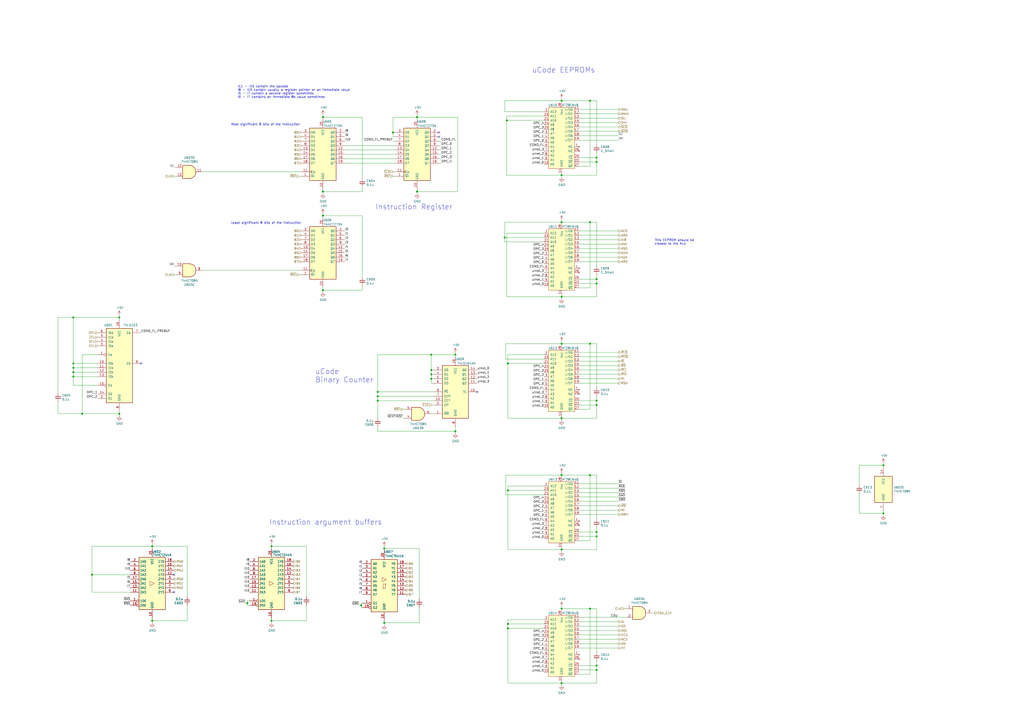
<source format=kicad_sch>
(kicad_sch (version 20211123) (generator eeschema)
  (paper "A2")
  (lib_symbols
    (symbol "74xx:74HCT244"
      (property "Reference" "U" (at -7.62 16.51 0))
      (property "Value" "74HCT244" (at -7.62 -16.51 0))
      (symbol "74HCT244_1_0"
        (pin input inverted (at -12.7 -10.16 0) (length 5.08) (name "1OE") (number "1"))
        (pin power_in line (at 0 -20.32 90) (length 5.08) (name "GND") (number "10"))
        (pin input line (at -12.7 -5.08 0) (length 5.08) (name "2A3") (number "11"))
        (pin tri_state line (at 12.7 5.08 180) (length 5.08) (name "1Y3") (number "12"))
        (pin input line (at -12.7 -2.54 0) (length 5.08) (name "2A2") (number "13"))
        (pin tri_state line (at 12.7 7.62 180) (length 5.08) (name "1Y2") (number "14"))
        (pin input line (at -12.7 0 0) (length 5.08) (name "2A1") (number "15"))
        (pin tri_state line (at 12.7 10.16 180) (length 5.08) (name "1Y1") (number "16"))
        (pin input line (at -12.7 2.54 0) (length 5.08) (name "2A0") (number "17"))
        (pin tri_state line (at 12.7 12.7 180) (length 5.08) (name "1Y0") (number "18"))
        (pin input inverted (at -12.7 -12.7 0) (length 5.08) (name "2OE") (number "19"))
        (pin input line (at -12.7 12.7 0) (length 5.08) (name "1A0") (number "2"))
        (pin power_in line (at 0 20.32 270) (length 5.08) (name "VCC") (number "20"))
        (pin tri_state line (at 12.7 2.54 180) (length 5.08) (name "2Y0") (number "3"))
        (pin input line (at -12.7 10.16 0) (length 5.08) (name "1A1") (number "4"))
        (pin tri_state line (at 12.7 0 180) (length 5.08) (name "2Y1") (number "5"))
        (pin input line (at -12.7 7.62 0) (length 5.08) (name "1A2") (number "6"))
        (pin tri_state line (at 12.7 -2.54 180) (length 5.08) (name "2Y2") (number "7"))
        (pin input line (at -12.7 5.08 0) (length 5.08) (name "1A3") (number "8"))
        (pin tri_state line (at 12.7 -5.08 180) (length 5.08) (name "2Y3") (number "9"))
      )
    )
    (symbol "74xx:74HCT541" (pin_names (offset 1.016))
      (property "Reference" "U" (at -7.62 16.51 0))
      (property "Value" "74HCT541" (at -7.62 -16.51 0))
      (symbol "74HCT541_1_0"
        (pin input inverted (at -12.7 -10.16 0) (length 5.08) (name "G1") (number "1"))
        (pin power_in line (at 0 -20.32 90) (length 5.08) (name "GND") (number "10"))
        (pin tri_state line (at 12.7 -5.08 180) (length 5.08) (name "Y7") (number "11"))
        (pin tri_state line (at 12.7 -2.54 180) (length 5.08) (name "Y6") (number "12"))
        (pin tri_state line (at 12.7 0 180) (length 5.08) (name "Y5") (number "13"))
        (pin tri_state line (at 12.7 2.54 180) (length 5.08) (name "Y4") (number "14"))
        (pin tri_state line (at 12.7 5.08 180) (length 5.08) (name "Y3") (number "15"))
        (pin tri_state line (at 12.7 7.62 180) (length 5.08) (name "Y2") (number "16"))
        (pin tri_state line (at 12.7 10.16 180) (length 5.08) (name "Y1") (number "17"))
        (pin tri_state line (at 12.7 12.7 180) (length 5.08) (name "Y0") (number "18"))
        (pin input inverted (at -12.7 -12.7 0) (length 5.08) (name "G2") (number "19"))
        (pin input line (at -12.7 12.7 0) (length 5.08) (name "A0") (number "2"))
        (pin power_in line (at 0 20.32 270) (length 5.08) (name "VCC") (number "20"))
        (pin input line (at -12.7 10.16 0) (length 5.08) (name "A1") (number "3"))
        (pin input line (at -12.7 7.62 0) (length 5.08) (name "A2") (number "4"))
        (pin input line (at -12.7 5.08 0) (length 5.08) (name "A3") (number "5"))
        (pin input line (at -12.7 2.54 0) (length 5.08) (name "A4") (number "6"))
        (pin input line (at -12.7 0 0) (length 5.08) (name "A5") (number "7"))
        (pin input line (at -12.7 -2.54 0) (length 5.08) (name "A6") (number "8"))
        (pin input line (at -12.7 -5.08 0) (length 5.08) (name "A7") (number "9"))
      )
    )
    (symbol "74xx:74LS153" (pin_names (offset 1.016))
      (property "Reference" "U" (at -7.62 21.59 0))
      (property "Value" "74LS153" (at -7.62 -24.13 0))
      (symbol "74LS153_1_0"
        (pin input inverted (at -12.7 5.08 0) (length 5.08) (name "Ea") (number "1"))
        (pin input line (at -12.7 0 0) (length 5.08) (name "I0b") (number "10"))
        (pin input line (at -12.7 -2.54 0) (length 5.08) (name "I1b") (number "11"))
        (pin input line (at -12.7 -5.08 0) (length 5.08) (name "I2b") (number "12"))
        (pin input line (at -12.7 -7.62 0) (length 5.08) (name "I3b") (number "13"))
        (pin input line (at -12.7 -17.78 0) (length 5.08) (name "S0") (number "14"))
        (pin input inverted (at -12.7 -12.7 0) (length 5.08) (name "Eb") (number "15"))
        (pin power_in line (at 0 25.4 270) (length 5.08) (name "VCC") (number "16"))
        (pin input line (at -12.7 -20.32 0) (length 5.08) (name "S1") (number "2"))
        (pin input line (at -12.7 10.16 0) (length 5.08) (name "I3a") (number "3"))
        (pin input line (at -12.7 12.7 0) (length 5.08) (name "I2a") (number "4"))
        (pin input line (at -12.7 15.24 0) (length 5.08) (name "I1a") (number "5"))
        (pin input line (at -12.7 17.78 0) (length 5.08) (name "I0a") (number "6"))
        (pin output line (at 12.7 17.78 180) (length 5.08) (name "Za") (number "7"))
        (pin power_in line (at 0 -27.94 90) (length 5.08) (name "GND") (number "8"))
        (pin output line (at 12.7 0 180) (length 5.08) (name "Zb") (number "9"))
      )
    )
    (symbol "Breadboard_CPU-rescue:74AHCT273-74xx"
      (property "Reference" "U" (at -7.62 16.51 0))
      (property "Value" "74AHCT273-74xx" (at -7.62 -16.51 0))
      (symbol "74AHCT273-74xx_1_0"
        (pin input line (at -12.7 -12.7 0) (length 5.08) (name "~{Mr}") (number "1"))
        (pin power_in line (at 0 -20.32 90) (length 5.08) (name "GND") (number "10"))
        (pin input clock (at -12.7 -10.16 0) (length 5.08) (name "Cp") (number "11"))
        (pin output line (at 12.7 2.54 180) (length 5.08) (name "Q4") (number "12"))
        (pin input line (at -12.7 2.54 0) (length 5.08) (name "D4") (number "13"))
        (pin input line (at -12.7 0 0) (length 5.08) (name "D5") (number "14"))
        (pin output line (at 12.7 0 180) (length 5.08) (name "Q5") (number "15"))
        (pin output line (at 12.7 -2.54 180) (length 5.08) (name "Q6") (number "16"))
        (pin input line (at -12.7 -2.54 0) (length 5.08) (name "D6") (number "17"))
        (pin input line (at -12.7 -5.08 0) (length 5.08) (name "D7") (number "18"))
        (pin output line (at 12.7 -5.08 180) (length 5.08) (name "Q7") (number "19"))
        (pin output line (at 12.7 12.7 180) (length 5.08) (name "Q0") (number "2"))
        (pin power_in line (at 0 20.32 270) (length 5.08) (name "VCC") (number "20"))
        (pin input line (at -12.7 12.7 0) (length 5.08) (name "D0") (number "3"))
        (pin input line (at -12.7 10.16 0) (length 5.08) (name "D1") (number "4"))
        (pin output line (at 12.7 10.16 180) (length 5.08) (name "Q1") (number "5"))
        (pin output line (at 12.7 7.62 180) (length 5.08) (name "Q2") (number "6"))
        (pin input line (at -12.7 7.62 0) (length 5.08) (name "D2") (number "7"))
        (pin input line (at -12.7 5.08 0) (length 5.08) (name "D3") (number "8"))
        (pin output line (at 12.7 5.08 180) (length 5.08) (name "Q3") (number "9"))
      )
    )
    (symbol "Breadboard_CPU-rescue:74LS08-74xx" (pin_names (offset 1.016))
      (property "Reference" "U" (at 0 1.27 0))
      (property "Value" "74LS08-74xx" (at 0 -1.27 0))
      (symbol "74LS08-74xx_1_1"
        (pin input line (at -7.62 2.54 0) (length 3.81) (name "~") (number "1"))
        (pin input line (at -7.62 -2.54 0) (length 3.81) (name "~") (number "2"))
        (pin output line (at 7.62 0 180) (length 3.81) (name "~") (number "3"))
      )
      (symbol "74LS08-74xx_1_2"
        (pin input inverted (at -7.62 2.54 0) (length 4.318) (name "~") (number "1"))
        (pin input inverted (at -7.62 -2.54 0) (length 4.318) (name "~") (number "2"))
        (pin output inverted (at 7.62 0 180) (length 3.81) (name "~") (number "3"))
      )
      (symbol "74LS08-74xx_2_1"
        (pin input line (at -7.62 2.54 0) (length 3.81) (name "~") (number "4"))
        (pin input line (at -7.62 -2.54 0) (length 3.81) (name "~") (number "5"))
        (pin output line (at 7.62 0 180) (length 3.81) (name "~") (number "6"))
      )
      (symbol "74LS08-74xx_2_2"
        (pin input inverted (at -7.62 2.54 0) (length 4.318) (name "~") (number "4"))
        (pin input inverted (at -7.62 -2.54 0) (length 4.318) (name "~") (number "5"))
        (pin output inverted (at 7.62 0 180) (length 3.81) (name "~") (number "6"))
      )
      (symbol "74LS08-74xx_3_1"
        (pin input line (at -7.62 -2.54 0) (length 3.81) (name "~") (number "10"))
        (pin output line (at 7.62 0 180) (length 3.81) (name "~") (number "8"))
        (pin input line (at -7.62 2.54 0) (length 3.81) (name "~") (number "9"))
      )
      (symbol "74LS08-74xx_3_2"
        (pin input inverted (at -7.62 -2.54 0) (length 4.318) (name "~") (number "10"))
        (pin output inverted (at 7.62 0 180) (length 3.81) (name "~") (number "8"))
        (pin input inverted (at -7.62 2.54 0) (length 4.318) (name "~") (number "9"))
      )
      (symbol "74LS08-74xx_4_1"
        (pin output line (at 7.62 0 180) (length 3.81) (name "~") (number "11"))
        (pin input line (at -7.62 2.54 0) (length 3.81) (name "~") (number "12"))
        (pin input line (at -7.62 -2.54 0) (length 3.81) (name "~") (number "13"))
      )
      (symbol "74LS08-74xx_4_2"
        (pin output inverted (at 7.62 0 180) (length 3.81) (name "~") (number "11"))
        (pin input inverted (at -7.62 2.54 0) (length 4.318) (name "~") (number "12"))
        (pin input inverted (at -7.62 -2.54 0) (length 4.318) (name "~") (number "13"))
      )
      (symbol "74LS08-74xx_5_0"
        (pin power_in line (at 0 12.7 270) (length 5.08) (name "VCC") (number "14"))
        (pin power_in line (at 0 -12.7 90) (length 5.08) (name "GND") (number "7"))
      )
    )
    (symbol "Breadboard_CPU-rescue:74LS163-74xx" (pin_names (offset 1.016))
      (property "Reference" "U" (at -7.62 16.51 0))
      (property "Value" "74LS163-74xx" (at -7.62 -16.51 0))
      (symbol "74LS163-74xx_1_0"
        (pin input line (at -12.7 -12.7 0) (length 5.08) (name "~{MR}") (number "1"))
        (pin input line (at -12.7 -5.08 0) (length 5.08) (name "CET") (number "10"))
        (pin output line (at 12.7 5.08 180) (length 5.08) (name "Q3") (number "11"))
        (pin output line (at 12.7 7.62 180) (length 5.08) (name "Q2") (number "12"))
        (pin output line (at 12.7 10.16 180) (length 5.08) (name "Q1") (number "13"))
        (pin output line (at 12.7 12.7 180) (length 5.08) (name "Q0") (number "14"))
        (pin output line (at 12.7 0 180) (length 5.08) (name "TC") (number "15"))
        (pin power_in line (at 0 20.32 270) (length 5.08) (name "VCC") (number "16"))
        (pin input line (at -12.7 -7.62 0) (length 5.08) (name "CP") (number "2"))
        (pin input line (at -12.7 12.7 0) (length 5.08) (name "D0") (number "3"))
        (pin input line (at -12.7 10.16 0) (length 5.08) (name "D1") (number "4"))
        (pin input line (at -12.7 7.62 0) (length 5.08) (name "D2") (number "5"))
        (pin input line (at -12.7 5.08 0) (length 5.08) (name "D3") (number "6"))
        (pin input line (at -12.7 -2.54 0) (length 5.08) (name "CEP") (number "7"))
        (pin power_in line (at 0 -20.32 90) (length 5.08) (name "GND") (number "8"))
        (pin input line (at -12.7 0 0) (length 5.08) (name "~{PE}") (number "9"))
      )
    )
    (symbol "Breadboard_CPU-rescue:C_Small-Device" (pin_numbers hide) (pin_names (offset 0.254) hide)
      (property "Reference" "C" (at 0.254 1.778 0))
      (property "Value" "C_Small-Device" (at 0.254 -2.032 0))
      (symbol "C_Small-Device_1_1"
        (pin passive line (at 0 2.54 270) (length 2.032) (name "~") (number "1"))
        (pin passive line (at 0 -2.54 90) (length 2.032) (name "~") (number "2"))
      )
    )
    (symbol "Breadboard_CPU-rescue:GND-power" (power) (pin_names (offset 0))
      (property "Value" "GND-power" (at 0 -3.81 0))
      (symbol "GND-power_1_1"
        (pin power_in line (at 0 0 270) (length 0) hide (name "GND") (number "1"))
      )
    )
    (symbol "Memory:AT28C64B" (pin_names (offset 1.016))
      (property "Reference" "U" (at 7.62 17.78 0))
      (property "Value" "AT28C64B" (at 0 17.78 0))
      (symbol "AT28C64B_1_1"
        (pin no_connect line (at 10.16 -12.7 180) (length 2.54) (name "NC") (number "1"))
        (pin input line (at -10.16 -22.86 0) (length 2.54) (name "A0") (number "10"))
        (pin bidirectional line (at 10.16 8.89 180) (length 2.54) (name "I/O0") (number "11"))
        (pin bidirectional line (at 10.16 6.35 180) (length 2.54) (name "I/O1") (number "12"))
        (pin bidirectional line (at 10.16 3.81 180) (length 2.54) (name "I/O2") (number "13"))
        (pin input line (at 0 -27.94 90) (length 2.54) (name "GND") (number "14"))
        (pin bidirectional line (at 10.16 1.27 180) (length 2.54) (name "I/O3") (number "15"))
        (pin bidirectional line (at 10.16 -1.27 180) (length 2.54) (name "I/O4") (number "16"))
        (pin bidirectional line (at 10.16 -3.81 180) (length 2.54) (name "I/O5") (number "17"))
        (pin bidirectional line (at 10.16 -6.35 180) (length 2.54) (name "I/O6") (number "18"))
        (pin bidirectional line (at 10.16 -8.89 180) (length 2.54) (name "I/O7") (number "19"))
        (pin input line (at -10.16 7.62 0) (length 2.54) (name "A12") (number "2"))
        (pin input line (at 10.16 -19.05 180) (length 2.54) (name "~{CE}") (number "20"))
        (pin input line (at -10.16 2.54 0) (length 2.54) (name "A10") (number "21"))
        (pin input line (at 10.16 -21.59 180) (length 2.54) (name "~{OE}") (number "22"))
        (pin input line (at -10.16 5.08 0) (length 2.54) (name "A11") (number "23"))
        (pin input line (at -10.16 0 0) (length 2.54) (name "A9") (number "24"))
        (pin input line (at -10.16 -2.54 0) (length 2.54) (name "A8") (number "25"))
        (pin no_connect line (at 10.16 -15.24 180) (length 2.54) (name "NC") (number "26"))
        (pin input line (at 10.16 -24.13 180) (length 2.54) (name "~{WE}") (number "27"))
        (pin input line (at 0 12.7 270) (length 2.54) (name "Vcc") (number "28"))
        (pin input line (at -10.16 -5.08 0) (length 2.54) (name "A7") (number "3"))
        (pin input line (at -10.16 -7.62 0) (length 2.54) (name "A6") (number "4"))
        (pin input line (at -10.16 -10.16 0) (length 2.54) (name "A5") (number "5"))
        (pin input line (at -10.16 -12.7 0) (length 2.54) (name "A4") (number "6"))
        (pin input line (at -10.16 -15.24 0) (length 2.54) (name "A3") (number "7"))
        (pin input line (at -10.16 -17.78 0) (length 2.54) (name "A2") (number "8"))
        (pin input line (at -10.16 -20.32 0) (length 2.54) (name "A1") (number "9"))
      )
    )
    (symbol "power:+5V" (power) (pin_names (offset 0))
      (property "Value" "+5V" (at 0 3.556 0))
      (symbol "+5V_1_1"
        (pin power_in line (at 0 0 90) (length 0) hide (name "+5V") (number "1"))
      )
    )
  )
  (junction (at 346.075 388.62))
  (junction (at 219.075 232.41))
  (junction (at 325.755 275.59))
  (junction (at 346.075 311.15))
  (junction (at 264.16 250.19))
  (junction (at 42.545 210.82))
  (junction (at 250.19 219.71))
  (junction (at 325.755 199.39))
  (junction (at 219.075 227.33))
  (junction (at 346.075 386.08))
  (junction (at 222.885 318.135))
  (junction (at 342.265 128.905))
  (junction (at 512.445 297.815))
  (junction (at 342.265 58.42))
  (junction (at 294.64 364.49))
  (junction (at 69.215 184.15))
  (junction (at 250.19 205.74))
  (junction (at 346.075 232.41))
  (junction (at 88.265 360.045))
  (junction (at 342.265 199.39))
  (junction (at 325.755 172.085))
  (junction (at 294.64 210.82))
  (junction (at 325.755 101.6))
  (junction (at 325.755 128.905))
  (junction (at 512.445 269.875))
  (junction (at 157.48 316.865))
  (junction (at 42.545 184.15))
  (junction (at 294.64 284.48))
  (junction (at 342.265 353.06))
  (junction (at 69.215 240.03))
  (junction (at 325.755 242.57))
  (junction (at 346.075 91.44))
  (junction (at 53.34 333.375))
  (junction (at 219.075 229.87))
  (junction (at 292.735 137.795))
  (junction (at 227.965 76.835))
  (junction (at 342.265 275.59))
  (junction (at 325.755 58.42))
  (junction (at 325.755 396.24))
  (junction (at 187.325 67.945))
  (junction (at 294.005 69.85))
  (junction (at 42.545 213.36))
  (junction (at 250.19 214.63))
  (junction (at 241.935 111.125))
  (junction (at 187.325 125.095))
  (junction (at 157.48 360.045))
  (junction (at 241.935 67.945))
  (junction (at 325.755 318.77))
  (junction (at 346.075 93.98))
  (junction (at 47.625 240.03))
  (junction (at 42.545 215.9))
  (junction (at 346.075 308.61))
  (junction (at 250.19 217.17))
  (junction (at 294.64 361.95))
  (junction (at 143.51 349.885))
  (junction (at 346.075 234.95))
  (junction (at 222.885 361.315))
  (junction (at 42.545 218.44))
  (junction (at 346.075 161.925))
  (junction (at 346.075 164.465))
  (junction (at 187.325 111.125))
  (junction (at 88.265 316.865))
  (junction (at 187.325 168.275))
  (junction (at 209.55 351.155))
  (junction (at 264.16 205.74))
  (junction (at 325.755 353.06))
  (no_connect (at 100.965 343.535))
  (no_connect (at 81.915 210.82))
  (no_connect (at 276.86 227.33))
  (no_connect (at 254.635 76.835))
  (no_connect (at 100.965 333.375))
  (no_connect (at 254.635 79.375))
  (wire (pts (xy 358.775 363.22) (xy 335.915 363.22)))
  (wire (pts (xy 254.635 84.455) (xy 255.905 84.455)))
  (wire (pts (xy 335.915 91.44) (xy 346.075 91.44)))
  (wire (pts (xy 293.37 199.39) (xy 325.755 199.39)))
  (wire (pts (xy 219.075 242.57) (xy 219.075 232.41)))
  (wire (pts (xy 325.755 274.32) (xy 325.755 275.59)))
  (wire (pts (xy 187.325 67.945) (xy 210.185 67.945)))
  (wire (pts (xy 243.205 318.135) (xy 243.205 347.345)))
  (wire (pts (xy 117.475 99.695) (xy 174.625 99.695)))
  (wire (pts (xy 335.915 388.62) (xy 346.075 388.62)))
  (wire (pts (xy 358.775 204.47) (xy 335.915 204.47)))
  (wire (pts (xy 358.775 295.91) (xy 335.915 295.91)))
  (wire (pts (xy 358.775 209.55) (xy 335.915 209.55)))
  (wire (pts (xy 346.075 275.59) (xy 346.075 300.99)))
  (wire (pts (xy 361.95 353.06) (xy 363.22 353.06)))
  (wire (pts (xy 358.775 151.765) (xy 335.915 151.765)))
  (wire (pts (xy 187.325 125.095) (xy 187.325 126.365)))
  (wire (pts (xy 358.775 207.01) (xy 335.915 207.01)))
  (wire (pts (xy 233.68 242.57) (xy 234.95 242.57)))
  (wire (pts (xy 325.755 396.24) (xy 325.755 397.51)))
  (wire (pts (xy 227.965 102.235) (xy 229.235 102.235)))
  (wire (pts (xy 254.635 92.075) (xy 255.905 92.075)))
  (wire (pts (xy 293.37 275.59) (xy 293.37 287.02)))
  (wire (pts (xy 292.735 140.335) (xy 315.595 140.335)))
  (wire (pts (xy 325.755 101.6) (xy 346.075 101.6)))
  (wire (pts (xy 342.265 237.49) (xy 342.265 199.39)))
  (wire (pts (xy 358.775 66.04) (xy 335.915 66.04)))
  (wire (pts (xy 294.64 359.41) (xy 294.64 361.95)))
  (wire (pts (xy 315.595 67.31) (xy 294.005 67.31)))
  (wire (pts (xy 227.965 76.835) (xy 229.235 76.835)))
  (wire (pts (xy 254.635 89.535) (xy 255.905 89.535)))
  (wire (pts (xy 358.775 212.09) (xy 335.915 212.09)))
  (wire (pts (xy 250.19 217.17) (xy 250.19 214.63)))
  (wire (pts (xy 335.915 386.08) (xy 346.075 386.08)))
  (wire (pts (xy 210.185 111.125) (xy 210.185 108.585)))
  (wire (pts (xy 325.755 198.12) (xy 325.755 199.39)))
  (wire (pts (xy 315.595 364.49) (xy 294.64 364.49)))
  (wire (pts (xy 264.16 204.47) (xy 264.16 205.74)))
  (wire (pts (xy 227.965 79.375) (xy 227.965 76.835)))
  (wire (pts (xy 294.64 364.49) (xy 294.64 396.24)))
  (wire (pts (xy 346.075 128.905) (xy 346.075 154.305)))
  (wire (pts (xy 294.64 318.77) (xy 325.755 318.77)))
  (wire (pts (xy 219.075 205.74) (xy 219.075 227.33)))
  (wire (pts (xy 157.48 358.775) (xy 157.48 360.045)))
  (wire (pts (xy 498.475 269.875) (xy 498.475 281.305)))
  (wire (pts (xy 358.775 214.63) (xy 335.915 214.63)))
  (wire (pts (xy 243.205 352.425) (xy 243.205 361.315)))
  (wire (pts (xy 200.025 94.615) (xy 229.235 94.615)))
  (wire (pts (xy 342.265 353.06) (xy 346.075 353.06)))
  (wire (pts (xy 293.37 199.39) (xy 293.37 208.28)))
  (wire (pts (xy 88.265 316.865) (xy 108.585 316.865)))
  (wire (pts (xy 342.265 58.42) (xy 346.075 58.42)))
  (wire (pts (xy 200.025 92.075) (xy 229.235 92.075)))
  (wire (pts (xy 358.775 133.985) (xy 335.915 133.985)))
  (wire (pts (xy 346.075 58.42) (xy 346.075 83.82)))
  (wire (pts (xy 325.755 242.57) (xy 325.755 243.84)))
  (wire (pts (xy 108.585 351.155) (xy 108.585 360.045)))
  (wire (pts (xy 250.19 240.03) (xy 251.46 240.03)))
  (wire (pts (xy 358.775 368.3) (xy 335.915 368.3)))
  (wire (pts (xy 325.755 127.635) (xy 325.755 128.905)))
  (wire (pts (xy 177.8 351.155) (xy 177.8 360.045)))
  (wire (pts (xy 325.755 353.06) (xy 325.755 354.33)))
  (wire (pts (xy 512.445 299.085) (xy 512.445 297.815)))
  (wire (pts (xy 358.775 370.84) (xy 335.915 370.84)))
  (wire (pts (xy 56.515 215.9) (xy 42.545 215.9)))
  (wire (pts (xy 358.775 283.21) (xy 335.915 283.21)))
  (wire (pts (xy 292.735 128.905) (xy 292.735 137.795)))
  (wire (pts (xy 512.445 269.875) (xy 512.445 271.145)))
  (wire (pts (xy 292.735 140.335) (xy 292.735 137.795)))
  (wire (pts (xy 53.34 316.865) (xy 53.34 333.375)))
  (wire (pts (xy 358.775 73.66) (xy 335.915 73.66)))
  (wire (pts (xy 250.19 217.17) (xy 251.46 217.17)))
  (wire (pts (xy 219.075 227.33) (xy 251.46 227.33)))
  (wire (pts (xy 100.965 159.385) (xy 102.235 159.385)))
  (wire (pts (xy 358.775 219.71) (xy 335.915 219.71)))
  (wire (pts (xy 325.755 101.6) (xy 325.755 102.87)))
  (wire (pts (xy 378.46 355.6) (xy 379.73 355.6)))
  (wire (pts (xy 346.075 242.57) (xy 346.075 234.95)))
  (wire (pts (xy 325.755 128.905) (xy 325.755 130.175)))
  (wire (pts (xy 173.355 102.235) (xy 174.625 102.235)))
  (wire (pts (xy 264.16 205.74) (xy 250.19 205.74)))
  (wire (pts (xy 241.935 66.675) (xy 241.935 67.945)))
  (wire (pts (xy 42.545 184.15) (xy 42.545 210.82)))
  (wire (pts (xy 335.915 313.69) (xy 342.265 313.69)))
  (wire (pts (xy 292.735 58.42) (xy 325.755 58.42)))
  (wire (pts (xy 187.325 66.675) (xy 187.325 67.945)))
  (wire (pts (xy 227.965 81.915) (xy 229.235 81.915)))
  (wire (pts (xy 157.48 316.865) (xy 177.8 316.865)))
  (wire (pts (xy 265.43 67.945) (xy 265.43 111.125)))
  (wire (pts (xy 142.24 349.885) (xy 143.51 349.885)))
  (wire (pts (xy 346.075 172.085) (xy 346.075 164.465)))
  (wire (pts (xy 294.005 67.31) (xy 294.005 69.85)))
  (wire (pts (xy 209.55 351.155) (xy 209.55 352.425)))
  (wire (pts (xy 358.775 360.68) (xy 335.915 360.68)))
  (wire (pts (xy 293.37 287.02) (xy 315.595 287.02)))
  (wire (pts (xy 250.19 205.74) (xy 219.075 205.74)))
  (wire (pts (xy 233.68 237.49) (xy 234.95 237.49)))
  (wire (pts (xy 358.775 222.25) (xy 335.915 222.25)))
  (wire (pts (xy 222.885 316.865) (xy 222.885 318.135)))
  (wire (pts (xy 294.64 284.48) (xy 294.64 318.77)))
  (wire (pts (xy 250.19 222.25) (xy 250.19 219.71)))
  (wire (pts (xy 75.565 343.535) (xy 53.34 343.535)))
  (wire (pts (xy 346.075 311.15) (xy 346.075 308.61)))
  (wire (pts (xy 358.775 288.29) (xy 335.915 288.29)))
  (wire (pts (xy 294.64 281.94) (xy 294.64 284.48)))
  (wire (pts (xy 241.935 67.945) (xy 265.43 67.945)))
  (wire (pts (xy 157.48 360.045) (xy 157.48 361.315)))
  (wire (pts (xy 335.915 167.005) (xy 342.265 167.005)))
  (wire (pts (xy 88.265 360.045) (xy 108.585 360.045)))
  (wire (pts (xy 294.005 172.085) (xy 325.755 172.085)))
  (wire (pts (xy 335.915 232.41) (xy 346.075 232.41)))
  (wire (pts (xy 157.48 316.865) (xy 157.48 318.135)))
  (wire (pts (xy 210.185 160.655) (xy 210.185 125.095)))
  (wire (pts (xy 42.545 210.82) (xy 42.545 213.36)))
  (wire (pts (xy 294.64 242.57) (xy 325.755 242.57)))
  (wire (pts (xy 187.325 111.125) (xy 210.185 111.125)))
  (wire (pts (xy 292.735 58.42) (xy 292.735 64.77)))
  (wire (pts (xy 42.545 218.44) (xy 42.545 223.52)))
  (wire (pts (xy 210.185 103.505) (xy 210.185 67.945)))
  (wire (pts (xy 346.075 388.62) (xy 346.075 386.08)))
  (wire (pts (xy 250.19 234.95) (xy 251.46 234.95)))
  (wire (pts (xy 33.655 240.03) (xy 47.625 240.03)))
  (wire (pts (xy 325.755 317.5) (xy 325.755 318.77)))
  (wire (pts (xy 108.585 316.865) (xy 108.585 346.075)))
  (wire (pts (xy 264.16 250.19) (xy 219.075 250.19)))
  (wire (pts (xy 325.755 58.42) (xy 342.265 58.42)))
  (wire (pts (xy 325.755 128.905) (xy 342.265 128.905)))
  (wire (pts (xy 292.735 128.905) (xy 325.755 128.905)))
  (wire (pts (xy 325.755 241.3) (xy 325.755 242.57)))
  (wire (pts (xy 335.915 164.465) (xy 346.075 164.465)))
  (wire (pts (xy 358.775 149.225) (xy 335.915 149.225)))
  (wire (pts (xy 358.775 71.12) (xy 335.915 71.12)))
  (wire (pts (xy 294.005 101.6) (xy 325.755 101.6)))
  (wire (pts (xy 143.51 349.885) (xy 143.51 351.155)))
  (wire (pts (xy 342.265 199.39) (xy 346.075 199.39)))
  (wire (pts (xy 294.64 205.74) (xy 294.64 210.82)))
  (wire (pts (xy 53.34 343.535) (xy 53.34 333.375)))
  (wire (pts (xy 325.755 100.33) (xy 325.755 101.6)))
  (wire (pts (xy 335.915 93.98) (xy 346.075 93.98)))
  (wire (pts (xy 325.755 57.15) (xy 325.755 58.42)))
  (wire (pts (xy 200.025 89.535) (xy 229.235 89.535)))
  (wire (pts (xy 100.965 102.235) (xy 102.235 102.235)))
  (wire (pts (xy 325.755 172.085) (xy 325.755 173.355)))
  (wire (pts (xy 358.775 63.5) (xy 335.915 63.5)))
  (wire (pts (xy 143.51 348.615) (xy 144.78 348.615)))
  (wire (pts (xy 264.16 250.19) (xy 264.16 251.46)))
  (wire (pts (xy 342.265 167.005) (xy 342.265 128.905)))
  (wire (pts (xy 42.545 184.15) (xy 33.655 184.15)))
  (wire (pts (xy 498.475 286.385) (xy 498.475 297.815)))
  (wire (pts (xy 325.755 199.39) (xy 325.755 200.66)))
  (wire (pts (xy 251.46 214.63) (xy 250.19 214.63)))
  (wire (pts (xy 143.51 351.155) (xy 144.78 351.155)))
  (wire (pts (xy 346.075 101.6) (xy 346.075 93.98)))
  (wire (pts (xy 88.265 360.045) (xy 88.265 358.775)))
  (wire (pts (xy 241.935 67.945) (xy 227.965 67.945)))
  (wire (pts (xy 315.595 361.95) (xy 294.64 361.95)))
  (wire (pts (xy 325.755 396.24) (xy 346.075 396.24)))
  (wire (pts (xy 335.915 308.61) (xy 346.075 308.61)))
  (wire (pts (xy 325.755 242.57) (xy 346.075 242.57)))
  (wire (pts (xy 88.265 316.865) (xy 88.265 318.135)))
  (wire (pts (xy 358.775 373.38) (xy 335.915 373.38)))
  (wire (pts (xy 227.965 99.695) (xy 229.235 99.695)))
  (wire (pts (xy 222.885 318.135) (xy 243.205 318.135)))
  (wire (pts (xy 69.215 184.15) (xy 42.545 184.15)))
  (wire (pts (xy 219.075 227.33) (xy 219.075 229.87)))
  (wire (pts (xy 358.775 139.065) (xy 335.915 139.065)))
  (wire (pts (xy 325.755 318.77) (xy 325.755 320.04)))
  (wire (pts (xy 200.025 86.995) (xy 229.235 86.995)))
  (wire (pts (xy 157.48 315.595) (xy 157.48 316.865)))
  (wire (pts (xy 210.185 168.275) (xy 210.185 165.735)))
  (wire (pts (xy 315.595 284.48) (xy 294.64 284.48)))
  (wire (pts (xy 346.075 232.41) (xy 346.075 229.87)))
  (wire (pts (xy 346.075 93.98) (xy 346.075 91.44)))
  (wire (pts (xy 222.885 362.585) (xy 222.885 361.315)))
  (wire (pts (xy 173.355 159.385) (xy 174.625 159.385)))
  (wire (pts (xy 241.935 112.395) (xy 241.935 111.125)))
  (wire (pts (xy 222.885 361.315) (xy 243.205 361.315)))
  (wire (pts (xy 335.915 161.925) (xy 346.075 161.925)))
  (wire (pts (xy 342.265 96.52) (xy 342.265 58.42)))
  (wire (pts (xy 342.265 275.59) (xy 346.075 275.59)))
  (wire (pts (xy 358.775 293.37) (xy 335.915 293.37)))
  (wire (pts (xy 315.595 137.795) (xy 292.735 137.795)))
  (wire (pts (xy 157.48 360.045) (xy 177.8 360.045)))
  (wire (pts (xy 222.885 361.315) (xy 222.885 360.045)))
  (wire (pts (xy 335.915 234.95) (xy 346.075 234.95)))
  (wire (pts (xy 342.265 313.69) (xy 342.265 275.59)))
  (wire (pts (xy 251.46 219.71) (xy 250.19 219.71)))
  (wire (pts (xy 346.075 161.925) (xy 346.075 159.385)))
  (wire (pts (xy 342.265 128.905) (xy 346.075 128.905)))
  (wire (pts (xy 358.775 217.17) (xy 335.915 217.17)))
  (wire (pts (xy 294.005 69.85) (xy 294.005 101.6)))
  (wire (pts (xy 335.915 96.52) (xy 342.265 96.52)))
  (wire (pts (xy 346.075 308.61) (xy 346.075 306.07)))
  (wire (pts (xy 100.965 97.155) (xy 102.235 97.155)))
  (wire (pts (xy 33.655 184.15) (xy 33.655 227.965)))
  (wire (pts (xy 315.595 64.77) (xy 292.735 64.77)))
  (wire (pts (xy 335.915 237.49) (xy 342.265 237.49)))
  (wire (pts (xy 69.215 182.88) (xy 69.215 184.15)))
  (wire (pts (xy 187.325 168.275) (xy 210.185 168.275)))
  (wire (pts (xy 325.755 199.39) (xy 342.265 199.39)))
  (wire (pts (xy 69.215 184.15) (xy 69.215 185.42)))
  (wire (pts (xy 56.515 213.36) (xy 42.545 213.36)))
  (wire (pts (xy 325.755 275.59) (xy 342.265 275.59)))
  (wire (pts (xy 498.475 297.815) (xy 512.445 297.815)))
  (wire (pts (xy 358.775 78.74) (xy 335.915 78.74)))
  (wire (pts (xy 88.265 315.595) (xy 88.265 316.865)))
  (wire (pts (xy 512.445 268.605) (xy 512.445 269.875)))
  (wire (pts (xy 358.775 68.58) (xy 335.915 68.58)))
  (wire (pts (xy 325.755 58.42) (xy 325.755 59.69)))
  (wire (pts (xy 56.515 218.44) (xy 42.545 218.44)))
  (wire (pts (xy 187.325 111.125) (xy 187.325 109.855)))
  (wire (pts (xy 315.595 69.85) (xy 294.005 69.85)))
  (wire (pts (xy 254.635 94.615) (xy 255.905 94.615)))
  (wire (pts (xy 187.325 112.395) (xy 187.325 111.125)))
  (wire (pts (xy 219.075 232.41) (xy 251.46 232.41)))
  (wire (pts (xy 346.075 234.95) (xy 346.075 232.41)))
  (wire (pts (xy 265.43 111.125) (xy 241.935 111.125)))
  (wire (pts (xy 250.19 214.63) (xy 250.19 205.74)))
  (wire (pts (xy 358.775 76.2) (xy 335.915 76.2)))
  (wire (pts (xy 325.755 170.815) (xy 325.755 172.085)))
  (wire (pts (xy 56.515 210.82) (xy 42.545 210.82)))
  (wire (pts (xy 358.775 365.76) (xy 335.915 365.76)))
  (wire (pts (xy 177.8 316.865) (xy 177.8 346.075)))
  (wire (pts (xy 264.16 247.65) (xy 264.16 250.19)))
  (wire (pts (xy 346.075 91.44) (xy 346.075 88.9)))
  (wire (pts (xy 294.005 135.255) (xy 315.595 135.255)))
  (wire (pts (xy 222.885 318.135) (xy 222.885 319.405)))
  (wire (pts (xy 512.445 297.815) (xy 512.445 296.545)))
  (wire (pts (xy 294.64 205.74) (xy 315.595 205.74)))
  (wire (pts (xy 358.775 290.83) (xy 335.915 290.83)))
  (wire (pts (xy 325.755 275.59) (xy 325.755 276.86)))
  (wire (pts (xy 47.625 205.74) (xy 47.625 240.03)))
  (wire (pts (xy 241.935 67.945) (xy 241.935 69.215)))
  (wire (pts (xy 53.34 333.375) (xy 75.565 333.375)))
  (wire (pts (xy 187.325 169.545) (xy 187.325 168.275)))
  (wire (pts (xy 358.775 298.45) (xy 335.915 298.45)))
  (wire (pts (xy 346.075 318.77) (xy 346.075 311.15)))
  (wire (pts (xy 358.775 136.525) (xy 335.915 136.525)))
  (wire (pts (xy 42.545 213.36) (xy 42.545 215.9)))
  (wire (pts (xy 210.185 125.095) (xy 187.325 125.095)))
  (wire (pts (xy 512.445 269.875) (xy 498.475 269.875)))
  (wire (pts (xy 346.075 164.465) (xy 346.075 161.925)))
  (wire (pts (xy 325.755 318.77) (xy 346.075 318.77)))
  (wire (pts (xy 315.595 281.94) (xy 294.64 281.94)))
  (wire (pts (xy 209.55 352.425) (xy 210.185 352.425)))
  (wire (pts (xy 358.775 144.145) (xy 335.915 144.145)))
  (wire (pts (xy 241.935 111.125) (xy 241.935 109.855)))
  (wire (pts (xy 254.635 86.995) (xy 255.905 86.995)))
  (wire (pts (xy 187.325 123.825) (xy 187.325 125.095)))
  (wire (pts (xy 209.55 349.885) (xy 210.185 349.885)))
  (wire (pts (xy 227.965 67.945) (xy 227.965 76.835)))
  (wire (pts (xy 315.595 210.82) (xy 294.64 210.82)))
  (wire (pts (xy 264.16 205.74) (xy 264.16 207.01)))
  (wire (pts (xy 358.775 146.685) (xy 335.915 146.685)))
  (wire (pts (xy 187.325 67.945) (xy 187.325 69.215)))
  (wire (pts (xy 346.075 396.24) (xy 346.075 388.62)))
  (wire (pts (xy 294.64 396.24) (xy 325.755 396.24)))
  (wire (pts (xy 293.37 208.28) (xy 315.595 208.28)))
  (wire (pts (xy 69.215 240.03) (xy 69.215 238.76)))
  (wire (pts (xy 294.64 210.82) (xy 294.64 242.57)))
  (wire (pts (xy 346.075 199.39) (xy 346.075 224.79)))
  (wire (pts (xy 294.005 172.085) (xy 294.005 135.255)))
  (wire (pts (xy 33.655 233.045) (xy 33.655 240.03)))
  (wire (pts (xy 346.075 353.06) (xy 346.075 378.46)))
  (wire (pts (xy 325.755 351.79) (xy 325.755 353.06)))
  (wire (pts (xy 346.075 386.08) (xy 346.075 383.54)))
  (wire (pts (xy 358.775 81.28) (xy 335.915 81.28)))
  (wire (pts (xy 100.965 154.305) (xy 102.235 154.305)))
  (wire (pts (xy 294.64 359.41) (xy 315.595 359.41)))
  (wire (pts (xy 208.28 351.155) (xy 209.55 351.155)))
  (wire (pts (xy 42.545 215.9) (xy 42.545 218.44)))
  (wire (pts (xy 56.515 205.74) (xy 47.625 205.74)))
  (wire (pts (xy 187.325 168.275) (xy 187.325 167.005)))
  (wire (pts (xy 325.755 172.085) (xy 346.075 172.085)))
  (wire (pts (xy 251.46 222.25) (xy 250.19 222.25)))
  (wire (pts (xy 209.55 351.155) (xy 209.55 349.885)))
  (wire (pts (xy 117.475 156.845) (xy 174.625 156.845)))
  (wire (pts (xy 219.075 229.87) (xy 219.075 232.41)))
  (wire (pts (xy 250.19 219.71) (xy 250.19 217.17)))
  (wire (pts (xy 358.775 375.92) (xy 335.915 375.92)))
  (wire (pts (xy 358.775 285.75) (xy 335.915 285.75)))
  (wire (pts (xy 200.025 84.455) (xy 229.235 84.455)))
  (wire (pts (xy 88.265 316.865) (xy 53.34 316.865)))
  (wire (pts (xy 219.075 250.19) (xy 219.075 247.65)))
  (wire (pts (xy 335.915 391.16) (xy 342.265 391.16)))
  (wire (pts (xy 294.64 361.95) (xy 294.64 364.49)))
  (wire (pts (xy 358.775 280.67) (xy 335.915 280.67)))
  (wire (pts (xy 325.755 394.97) (xy 325.755 396.24)))
  (wire (pts (xy 88.265 361.315) (xy 88.265 360.045)))
  (wire (pts (xy 69.215 241.3) (xy 69.215 240.03)))
  (wire (pts (xy 254.635 81.915) (xy 255.905 81.915)))
  (wire (pts (xy 47.625 240.03) (xy 69.215 240.03)))
  (wire (pts (xy 42.545 223.52) (xy 56.515 223.52)))
  (wire (pts (xy 143.51 349.885) (xy 143.51 348.615)))
  (wire (pts (xy 358.775 141.605) (xy 335.915 141.605)))
  (wire (pts (xy 219.075 229.87) (xy 251.46 229.87)))
  (wire (pts (xy 342.265 391.16) (xy 342.265 353.06)))
  (wire (pts (xy 335.915 311.15) (xy 346.075 311.15)))
  (wire (pts (xy 293.37 275.59) (xy 325.755 275.59)))
  (wire (pts (xy 335.915 358.14) (xy 363.22 358.14)))
  (wire (pts (xy 325.755 353.06) (xy 342.265 353.06)))
  (wire (pts (xy 229.235 79.375) (xy 227.965 79.375)))
  (text "I11 - I15 contain the opcode\nI8 - I10 contain usually a register pointer or an immediate value\nI5 - I7 contain a second register sometimes\nI0 - I7 contains an immediate 8b value sometimes" (at 137.795 57.15 0) (effects (font (size 1.27 1.27)) (justify left bottom)))
  (text "Most significant 8 bits of the instruction" (at 133.985 73.025 0) (effects (font (size 1.27 1.27)) (justify left bottom)))
  (text "Instruction argument buffers" (at 156.21 304.8 0) (effects (font (size 2.9972 2.9972)) (justify left bottom)))
  (text "uCode\nBinary Counter" (at 182.88 222.25 0) (effects (font (size 2.9972 2.9972)) (justify left bottom)))
  (text "uCode EEPROMs" (at 308.61 42.545 0) (effects (font (size 2.9972 2.9972)) (justify left bottom)))
  (text "Instruction Register" (at 217.805 121.92 0) (effects (font (size 2.9972 2.9972)) (justify left bottom)))
  (text "This EEPROM should be \nclosest to the ALU" (at 379.73 142.24 0) (effects (font (size 1.27 1.27)) (justify left bottom)))
  (text "Least significant 8 bits of the instruction" (at 133.985 130.175 0) (effects (font (size 1.27 1.27)) (justify left bottom)))
  (label "OPC_2" (at 315.595 294.64 180))
  (label "OPC_0" (at 315.595 153.035 180))
  (label "uInst_1" (at 276.86 217.17 0))
  (label "uInst_3" (at 315.595 87.63 180))
  (label "uInst_0" (at 276.86 214.63 0))
  (label "OPC_1" (at 315.595 150.495 180))
  (label "OPC_0" (at 315.595 299.72 180))
  (label "OPC_1" (at 56.515 228.6 180))
  (label "I3" (at 200.025 141.605 0))
  (label "I6" (at 210.185 342.265 180))
  (label "COND_FL" (at 255.905 81.915 0))
  (label "I9" (at 200.025 79.375 0))
  (label "I4" (at 210.185 337.185 180))
  (label "I6" (at 75.565 338.455 180))
  (label "~{NEXTINST}" (at 233.68 242.57 180))
  (label "OPC_0" (at 315.595 377.19 180))
  (label "OPC_2" (at 315.595 218.44 180))
  (label "~{NI}" (at 358.775 280.67 0))
  (label "I8" (at 75.565 325.755 180))
  (label "OPC_4" (at 255.905 94.615 0))
  (label "uInst_0" (at 315.595 236.22 180))
  (label "uInst_2" (at 315.595 90.17 180))
  (label "OPC_4" (at 315.595 367.03 180))
  (label "OPC_3" (at 315.595 145.415 180))
  (label "COND_FL_PREBUF" (at 81.915 193.04 0))
  (label "I1" (at 210.185 329.565 180))
  (label "uInst_1" (at 315.595 309.88 180))
  (label "OPC_0" (at 255.905 84.455 0))
  (label "OPC_1" (at 315.595 297.18 180))
  (label "COND_FL" (at 315.595 226.06 180))
  (label "OPC_3" (at 315.595 215.9 180))
  (label "I2" (at 200.025 139.065 0))
  (label "I10" (at 144.78 333.375 180))
  (label "I10" (at 144.78 343.535 180))
  (label "uInst_1" (at 315.595 387.35 180))
  (label "I10" (at 144.78 338.455 180))
  (label "~{RBS}" (at 358.775 285.75 0))
  (label "I2" (at 210.185 332.105 180))
  (label "OPC_4" (at 315.595 142.875 180))
  (label "IHI" (at 100.965 154.305 180))
  (label "OPC_3" (at 315.595 292.1 180))
  (label "OPC_3" (at 315.595 74.93 180))
  (label "I5" (at 200.025 146.685 0))
  (label "CSU" (at 354.33 358.14 0))
  (label "OPC_1" (at 255.905 86.995 0))
  (label "uInst_2" (at 315.595 384.81 180))
  (label "ILI" (at 100.965 97.155 180))
  (label "IHI" (at 358.775 81.28 0))
  (label "I9" (at 144.78 328.295 180))
  (label "~{GAO}" (at 142.24 349.885 180))
  (label "I5" (at 75.565 335.915 180))
  (label "uInst_2" (at 315.595 160.655 180))
  (label "uInst_0" (at 315.595 95.25 180))
  (label "COND_FL_PREBUF" (at 227.965 81.915 180))
  (label "uInst_3" (at 315.595 304.8 180))
  (label "~{GBO}" (at 208.28 351.155 180))
  (label "I8" (at 144.78 325.755 180))
  (label "I0" (at 200.025 133.985 0))
  (label "~{RAS}" (at 75.565 348.615 180))
  (label "OPC_3" (at 255.905 92.075 0))
  (label "I10" (at 75.565 330.835 180))
  (label "I1" (at 200.025 136.525 0))
  (label "I7" (at 210.185 344.805 180))
  (label "I6" (at 200.025 149.225 0))
  (label "uInst_3" (at 315.595 228.6 180))
  (label "OPC_0" (at 315.595 223.52 180))
  (label "uInst_0" (at 315.595 165.735 180))
  (label "I7" (at 75.565 340.995 180))
  (label "uInst_2" (at 276.86 219.71 0))
  (label "uInst_0" (at 315.595 312.42 180))
  (label "I5" (at 210.185 339.725 180))
  (label "I10" (at 144.78 340.995 180))
  (label "COND_FL" (at 315.595 155.575 180))
  (label "COND_FL" (at 315.595 379.73 180))
  (label "OPC_1" (at 315.595 220.98 180))
  (label "uInst_3" (at 315.595 382.27 180))
  (label "I10" (at 144.78 330.835 180))
  (label "I8" (at 200.025 76.835 0))
  (label "OPC_4" (at 315.595 289.56 180))
  (label "COND_FL" (at 315.595 302.26 180))
  (label "~{GBO}" (at 358.775 290.83 0))
  (label "~{GAO}" (at 358.775 288.29 0))
  (label "OPC_0" (at 315.595 82.55 180))
  (label "COND_FL" (at 315.595 85.09 180))
  (label "I3" (at 210.185 334.645 180))
  (label "~{RBS}" (at 75.565 351.155 180))
  (label "I10" (at 200.025 81.915 0))
  (label "OPC_2" (at 315.595 147.955 180))
  (label "ILI" (at 358.775 78.74 0))
  (label "I7" (at 200.025 151.765 0))
  (label "I0" (at 210.185 327.025 180))
  (label "OPC_2" (at 315.595 77.47 180))
  (label "uInst_1" (at 315.595 92.71 180))
  (label "uInst_2" (at 315.595 307.34 180))
  (label "I4" (at 200.025 144.145 0))
  (label "uInst_3" (at 315.595 158.115 180))
  (label "OPC_2" (at 315.595 372.11 180))
  (label "OPC_1" (at 315.595 374.65 180))
  (label "OPC_3" (at 315.595 369.57 180))
  (label "uInst_3" (at 276.86 222.25 0))
  (label "~{RAS}" (at 358.775 283.21 0))
  (label "I9" (at 75.565 328.295 180))
  (label "OPC_2" (at 255.905 89.535 0))
  (label "uInst_2" (at 315.595 231.14 180))
  (label "uInst_1" (at 315.595 163.195 180))
  (label "OPC_1" (at 315.595 80.01 180))
  (label "I10" (at 144.78 335.915 180))
  (label "uInst_1" (at 315.595 233.68 180))
  (label "OPC_2" (at 56.515 231.14 180))
  (label "OPC_4" (at 315.595 213.36 180))
  (label "OPC_4" (at 315.595 72.39 180))
  (label "uInst_0" (at 315.595 389.89 180))
  (hierarchical_label "B7" (shape input) (at 174.625 94.615 180))
  (hierarchical_label "~{CLK}" (shape input) (at 227.965 99.695 180))
  (hierarchical_label "AUA" (shape output) (at 358.775 149.225 0))
  (hierarchical_label "B4" (shape input) (at 174.625 86.995 180))
  (hierarchical_label "CFL" (shape input) (at 56.515 200.66 180))
  (hierarchical_label "~{PLO}" (shape output) (at 358.775 204.47 0))
  (hierarchical_label "~{RST}" (shape input) (at 173.355 102.235 180))
  (hierarchical_label "B7" (shape output) (at 235.585 344.805 0))
  (hierarchical_label "CCU" (shape output) (at 358.775 368.3 0))
  (hierarchical_label "RS2" (shape output) (at 100.965 340.995 0))
  (hierarchical_label "~{CLK}" (shape input) (at 250.19 234.95 180))
  (hierarchical_label "SLI" (shape output) (at 358.775 68.58 0))
  (hierarchical_label "B1" (shape input) (at 174.625 79.375 180))
  (hierarchical_label "RS1" (shape output) (at 100.965 338.455 0))
  (hierarchical_label "~{MO}" (shape output) (at 358.775 293.37 0))
  (hierarchical_label "ASO" (shape output) (at 358.775 144.145 0))
  (hierarchical_label "RS2" (shape output) (at 100.965 330.835 0))
  (hierarchical_label "B3" (shape input) (at 174.625 84.455 180))
  (hierarchical_label "B5" (shape input) (at 174.625 89.535 180))
  (hierarchical_label "~{RO}" (shape output) (at 358.775 212.09 0))
  (hierarchical_label "B2" (shape output) (at 170.18 330.835 0))
  (hierarchical_label "ACU" (shape output) (at 358.775 370.84 0))
  (hierarchical_label "SD" (shape output) (at 358.775 363.22 0))
  (hierarchical_label "AAC" (shape output) (at 358.775 365.76 0))
  (hierarchical_label "RS0" (shape output) (at 100.965 335.915 0))
  (hierarchical_label "SHI" (shape output) (at 358.775 71.12 0))
  (hierarchical_label "B3" (shape output) (at 235.585 334.645 0))
  (hierarchical_label "~{SLO}" (shape output) (at 358.775 73.66 0))
  (hierarchical_label "RS1" (shape output) (at 100.965 328.295 0))
  (hierarchical_label "B7" (shape input) (at 174.625 151.765 180))
  (hierarchical_label "B6" (shape output) (at 170.18 340.995 0))
  (hierarchical_label "B5" (shape input) (at 174.625 146.685 180))
  (hierarchical_label "B1" (shape output) (at 170.18 328.295 0))
  (hierarchical_label "RSH" (shape output) (at 358.775 222.25 0))
  (hierarchical_label "CLK" (shape input) (at 100.965 159.385 180))
  (hierarchical_label "B2" (shape input) (at 174.625 139.065 180))
  (hierarchical_label "MALI" (shape output) (at 358.775 63.5 0))
  (hierarchical_label "B1" (shape output) (at 235.585 329.565 0))
  (hierarchical_label "ARO" (shape output) (at 358.775 151.765 0))
  (hierarchical_label "ASX" (shape output) (at 358.775 141.605 0))
  (hierarchical_label "B6" (shape output) (at 235.585 342.265 0))
  (hierarchical_label "PI" (shape output) (at 358.775 219.71 0))
  (hierarchical_label "B5" (shape output) (at 235.585 339.725 0))
  (hierarchical_label "B3" (shape output) (at 170.18 333.375 0))
  (hierarchical_label "~{RI}" (shape output) (at 358.775 209.55 0))
  (hierarchical_label "~{PHO}" (shape output) (at 358.775 207.01 0))
  (hierarchical_label "B4" (shape input) (at 174.625 144.145 180))
  (hierarchical_label "MAHI" (shape output) (at 358.775 66.04 0))
  (hierarchical_label "~{RST}" (shape input) (at 173.355 159.385 180))
  (hierarchical_label "B0" (shape input) (at 174.625 133.985 180))
  (hierarchical_label "~{SHO}" (shape output) (at 358.775 76.2 0))
  (hierarchical_label "B5" (shape output) (at 170.18 338.455 0))
  (hierarchical_label "B7" (shape output) (at 170.18 343.535 0))
  (hierarchical_label "AIB" (shape output) (at 358.775 139.065 0))
  (hierarchical_label "~{PLI}" (shape output) (at 358.775 214.63 0))
  (hierarchical_label "B0" (shape output) (at 235.585 327.025 0))
  (hierarchical_label "B0" (shape input) (at 174.625 76.835 180))
  (hierarchical_label "B1" (shape input) (at 174.625 136.525 180))
  (hierarchical_label "AUN" (shape output) (at 358.775 146.685 0))
  (hierarchical_label "OFL" (shape input) (at 56.515 193.04 180))
  (hierarchical_label "CLK" (shape input) (at 361.95 353.06 180))
  (hierarchical_label "CLK" (shape input) (at 100.965 102.235 180))
  (hierarchical_label "MRH" (shape output) (at 358.775 298.45 0))
  (hierarchical_label "ASI" (shape output) (at 358.775 373.38 0))
  (hierarchical_label "~{RST}" (shape input) (at 227.965 102.235 180))
  (hierarchical_label "B6" (shape input) (at 174.625 149.225 180))
  (hierarchical_label "~{RST}" (shape input) (at 233.68 237.49 180))
  (hierarchical_label "~{PHI}" (shape output) (at 358.775 217.17 0))
  (hierarchical_label "ARO" (shape output) (at 358.775 136.525 0))
  (hierarchical_label "ZFL" (shape input) (at 56.515 195.58 180))
  (hierarchical_label "ACO" (shape output) (at 358.775 133.985 0))
  (hierarchical_label "CSU_CLK" (shape output) (at 379.73 355.6 0))
  (hierarchical_label "SFL" (shape input) (at 56.515 198.12 180))
  (hierarchical_label "B4" (shape output) (at 170.18 335.915 0))
  (hierarchical_label "B0" (shape output) (at 170.18 325.755 0))
  (hierarchical_label "SI" (shape output) (at 358.775 360.68 0))
  (hierarchical_label "HT" (shape output) (at 358.775 375.92 0))
  (hierarchical_label "MI" (shape output) (at 358.775 295.91 0))
  (hierarchical_label "B2" (shape input) (at 174.625 81.915 180))
  (hierarchical_label "B6" (shape input) (at 174.625 92.075 180))
  (hierarchical_label "B4" (shape output) (at 235.585 337.185 0))
  (hierarchical_label "B2" (shape output) (at 235.585 332.105 0))
  (hierarchical_label "B3" (shape input) (at 174.625 141.605 180))
  (hierarchical_label "RS0" (shape output) (at 100.965 325.755 0))
  (symbol (lib_id "Breadboard_CPU-rescue:74AHCT273-74xx") (at 187.325 146.685 0) (unit 1)
    (property "Reference" "U606" (at 189.865 127.635 0))
    (property "Value" "74HCT273N" (at 193.04 130.175 0))
    (property "Datasheet" "https://assets.nexperia.com/documents/data-sheet/74AHC_AHCT273.pdf" (effects hide))
  )
  (symbol (lib_id "Breadboard_CPU-rescue:74AHCT273-74xx") (at 187.325 89.535 0) (unit 1)
    (property "Reference" "U605" (at 189.865 70.485 0))
    (property "Value" "74HCT273N" (at 193.04 73.025 0))
    (property "Datasheet" "https://assets.nexperia.com/documents/data-sheet/74AHC_AHCT273.pdf" (effects hide))
  )
  (symbol (lib_id "Breadboard_CPU-rescue:C_Small-Device") (at 177.8 348.615 180) (unit 1)
    (property "Reference" "C603" (at 175.4632 349.7834 0) (effects (justify left)))
    (property "Value" "0.1u" (at 175.4632 347.472 0) (effects (justify left)))
  )
  (symbol (lib_id "Breadboard_CPU-rescue:C_Small-Device") (at 243.205 349.885 180) (unit 1)
    (property "Reference" "C607" (at 240.8682 351.0534 0) (effects (justify left)))
    (property "Value" "0.1u" (at 240.8682 348.742 0) (effects (justify left)))
  )
  (symbol (lib_id "Breadboard_CPU-rescue:C_Small-Device") (at 108.585 348.615 180) (unit 1)
    (property "Reference" "C602" (at 106.2482 349.7834 0) (effects (justify left)))
    (property "Value" "0.1u" (at 106.2482 347.472 0) (effects (justify left)))
  )
  (symbol (lib_id "Memory:AT28C64B") (at 325.755 289.56 0) (unit 1)
    (property "Reference" "U613" (at 320.675 278.13 0))
    (property "Value" "AT28C64B" (at 330.835 278.13 0))
  )
  (symbol (lib_id "Memory:AT28C64B") (at 325.755 213.36 0) (unit 1)
    (property "Reference" "U612" (at 320.675 201.93 0))
    (property "Value" "AT28C64B" (at 330.835 201.93 0))
  )
  (symbol (lib_id "Breadboard_CPU-rescue:GND-power") (at 187.325 112.395 0) (unit 1)
    (property "Reference" "#PWR0608" (effects hide))
    (property "Value" "GND" (at 187.452 116.7892 0))
  )
  (symbol (lib_id "Breadboard_CPU-rescue:C_Small-Device") (at 210.185 106.045 0) (unit 1)
    (property "Reference" "C604" (at 212.5218 104.8766 0) (effects (justify left)))
    (property "Value" "0.1u" (at 212.5218 107.188 0) (effects (justify left)))
  )
  (symbol (lib_id "Breadboard_CPU-rescue:74LS163-74xx") (at 264.16 227.33 0) (unit 1)
    (property "Reference" "U609" (at 266.7 208.28 0))
    (property "Value" "74LS161AN" (at 270.51 210.82 0))
    (property "Datasheet" "http://www.ti.com/lit/gpn/sn74LS163" (effects hide))
  )
  (symbol (lib_id "Breadboard_CPU-rescue:C_Small-Device") (at 219.075 245.11 180) (unit 1)
    (property "Reference" "C606" (at 216.7382 246.2784 0) (effects (justify left)))
    (property "Value" "0.1u" (at 216.7382 243.967 0) (effects (justify left)))
  )
  (symbol (lib_id "Breadboard_CPU-rescue:GND-power") (at 264.16 251.46 0) (unit 1)
    (property "Reference" "#PWR0616" (effects hide))
    (property "Value" "GND" (at 264.287 255.8542 0))
  )
  (symbol (lib_id "Breadboard_CPU-rescue:GND-power") (at 187.325 169.545 0) (unit 1)
    (property "Reference" "#PWR0610" (effects hide))
    (property "Value" "GND" (at 187.452 173.9392 0))
  )
  (symbol (lib_id "Breadboard_CPU-rescue:C_Small-Device") (at 210.185 163.195 0) (unit 1)
    (property "Reference" "C605" (at 212.5218 162.0266 0) (effects (justify left)))
    (property "Value" "0.1u" (at 212.5218 164.338 0) (effects (justify left)))
  )
  (symbol (lib_id "Breadboard_CPU-rescue:GND-power") (at 325.755 243.84 0) (unit 1)
    (property "Reference" "#PWR0622" (effects hide))
    (property "Value" "GND" (at 325.882 248.2342 0))
  )
  (symbol (lib_id "Breadboard_CPU-rescue:C_Small-Device") (at 346.075 227.33 0) (unit 1)
    (property "Reference" "C610" (at 348.4118 226.1616 0) (effects (justify left)))
    (property "Value" "0.1u" (at 348.4118 228.473 0) (effects (justify left)))
  )
  (symbol (lib_id "Breadboard_CPU-rescue:GND-power") (at 325.755 320.04 0) (unit 1)
    (property "Reference" "#PWR0624" (effects hide))
    (property "Value" "GND" (at 325.882 324.4342 0))
  )
  (symbol (lib_id "Breadboard_CPU-rescue:C_Small-Device") (at 346.075 303.53 0) (unit 1)
    (property "Reference" "C611" (at 348.4118 302.3616 0) (effects (justify left)))
    (property "Value" "0.1u" (at 348.4118 304.673 0) (effects (justify left)))
  )
  (symbol (lib_id "Memory:AT28C64B") (at 325.755 367.03 0) (unit 1)
    (property "Reference" "U614" (at 320.675 355.6 0))
    (property "Value" "AT28C64B" (at 330.835 355.6 0))
  )
  (symbol (lib_id "Breadboard_CPU-rescue:GND-power") (at 325.755 397.51 0) (unit 1)
    (property "Reference" "#PWR0626" (effects hide))
    (property "Value" "GND" (at 325.882 401.9042 0))
  )
  (symbol (lib_id "Breadboard_CPU-rescue:C_Small-Device") (at 346.075 381 0) (unit 1)
    (property "Reference" "C612" (at 348.4118 379.8316 0) (effects (justify left)))
    (property "Value" "0.1u" (at 348.4118 382.143 0) (effects (justify left)))
  )
  (symbol (lib_id "74xx:74HCT244") (at 88.265 338.455 0) (unit 1)
    (property "Reference" "U602" (at 90.805 320.04 0))
    (property "Value" "74HCT244N" (at 93.98 321.945 0))
    (property "Datasheet" "https://assets.nexperia.com/documents/data-sheet/74HC_HCT244.pdf" (effects hide))
  )
  (symbol (lib_id "74xx:74HCT244") (at 157.48 338.455 0) (unit 1)
    (property "Reference" "U604" (at 160.02 320.04 0))
    (property "Value" "74HCT244N" (at 163.83 321.945 0))
    (property "Datasheet" "https://assets.nexperia.com/documents/data-sheet/74HC_HCT244.pdf" (effects hide))
  )
  (symbol (lib_id "Breadboard_CPU-rescue:C_Small-Device") (at 346.075 156.845 0) (unit 1)
    (property "Reference" "C609" (at 348.4118 155.6766 0) (effects (justify left)))
    (property "Value" "C_Small" (at 348.4118 157.988 0) (effects (justify left)))
  )
  (symbol (lib_id "Breadboard_CPU-rescue:GND-power") (at 325.755 173.355 0) (unit 1)
    (property "Reference" "#PWR0620" (effects hide))
    (property "Value" "GND" (at 325.882 177.7492 0))
  )
  (symbol (lib_id "Memory:AT28C64B") (at 325.755 142.875 0) (unit 1)
    (property "Reference" "U611" (at 320.675 131.445 0))
    (property "Value" "AT28C64B" (at 330.835 131.445 0))
  )
  (symbol (lib_id "74xx:74HCT541") (at 222.885 339.725 0) (unit 1)
    (property "Reference" "U607" (at 225.425 320.04 0))
    (property "Value" "74HCT541N" (at 228.6 322.58 0))
    (property "Datasheet" "http://www.ti.com/lit/gpn/sn74HCT541" (effects hide))
  )
  (symbol (lib_id "Breadboard_CPU-rescue:GND-power") (at 88.265 361.315 0) (unit 1)
    (property "Reference" "#PWR0604" (effects hide))
    (property "Value" "GND" (at 88.392 365.7092 0))
  )
  (symbol (lib_id "Breadboard_CPU-rescue:GND-power") (at 157.48 361.315 0) (unit 1)
    (property "Reference" "#PWR0606" (effects hide))
    (property "Value" "GND" (at 157.607 365.7092 0))
  )
  (symbol (lib_id "Breadboard_CPU-rescue:GND-power") (at 222.885 362.585 0) (unit 1)
    (property "Reference" "#PWR0612" (effects hide))
    (property "Value" "GND" (at 223.012 366.9792 0))
  )
  (symbol (lib_id "Breadboard_CPU-rescue:74AHCT273-74xx") (at 241.935 89.535 0) (unit 1)
    (property "Reference" "U608" (at 244.475 70.485 0))
    (property "Value" "74HCT273N" (at 247.65 73.025 0))
    (property "Datasheet" "https://assets.nexperia.com/documents/data-sheet/74AHC_AHCT273.pdf" (effects hide))
  )
  (symbol (lib_id "Breadboard_CPU-rescue:GND-power") (at 241.935 112.395 0) (unit 1)
    (property "Reference" "#PWR0614" (effects hide))
    (property "Value" "GND" (at 242.062 116.7892 0))
  )
  (symbol (lib_id "Breadboard_CPU-rescue:74LS08-74xx") (at 370.84 355.6 0) (unit 1)
    (property "Reference" "U603" (at 370.84 347.345 0))
    (property "Value" "74HCT08N" (at 370.84 349.6564 0))
    (property "Datasheet" "http://www.ti.com/lit/gpn/sn74LS08" (effects hide))
  )
  (symbol (lib_id "Breadboard_CPU-rescue:74LS08-74xx") (at 242.57 240.03 0) (mirror x) (unit 2)
    (property "Reference" "U603" (at 242.57 248.285 0))
    (property "Value" "74HCT08N" (at 242.57 245.9736 0))
    (property "Datasheet" "http://www.ti.com/lit/gpn/sn74LS08" (effects hide))
  )
  (symbol (lib_id "Breadboard_CPU-rescue:74LS08-74xx") (at 109.855 156.845 0) (mirror x) (unit 3)
    (property "Reference" "U603" (at 109.855 165.1 0))
    (property "Value" "74HCT08N" (at 109.855 162.7886 0))
    (property "Datasheet" "http://www.ti.com/lit/gpn/sn74LS08" (effects hide))
  )
  (symbol (lib_id "Breadboard_CPU-rescue:74LS08-74xx") (at 109.855 99.695 0) (unit 4)
    (property "Reference" "U603" (at 109.855 91.44 0))
    (property "Value" "74HCT08N" (at 109.855 93.7514 0))
    (property "Datasheet" "http://www.ti.com/lit/gpn/sn74LS08" (effects hide))
  )
  (symbol (lib_id "Breadboard_CPU-rescue:74LS08-74xx") (at 512.445 283.845 0) (unit 5)
    (property "Reference" "U603" (at 518.287 282.6766 0) (effects (justify left)))
    (property "Value" "74HCT08N" (at 518.287 284.988 0) (effects (justify left)))
    (property "Datasheet" "http://www.ti.com/lit/gpn/sn74LS08" (effects hide))
  )
  (symbol (lib_id "Breadboard_CPU-rescue:C_Small-Device") (at 498.475 283.845 0) (unit 1)
    (property "Reference" "C613" (at 500.8118 282.6766 0) (effects (justify left)))
    (property "Value" "0.1u" (at 500.8118 284.988 0) (effects (justify left)))
  )
  (symbol (lib_id "Breadboard_CPU-rescue:GND-power") (at 512.445 299.085 0) (unit 1)
    (property "Reference" "#PWR0628" (effects hide))
    (property "Value" "GND" (at 512.572 303.4792 0))
  )
  (symbol (lib_id "power:+5V") (at 187.325 66.675 0) (unit 1)
    (property "Reference" "#PWR0607" (effects hide))
    (property "Value" "+5V" (at 187.706 62.2808 0))
  )
  (symbol (lib_id "power:+5V") (at 241.935 66.675 0) (unit 1)
    (property "Reference" "#PWR0613" (effects hide))
    (property "Value" "+5V" (at 242.316 62.2808 0))
  )
  (symbol (lib_id "power:+5V") (at 325.755 57.15 0) (unit 1)
    (property "Reference" "#PWR0617" (effects hide))
    (property "Value" "+5V" (at 326.136 52.7558 0))
  )
  (symbol (lib_id "power:+5V") (at 325.755 127.635 0) (unit 1)
    (property "Reference" "#PWR0619" (effects hide))
    (property "Value" "+5V" (at 326.136 123.2408 0))
  )
  (symbol (lib_id "power:+5V") (at 325.755 198.12 0) (unit 1)
    (property "Reference" "#PWR0621" (effects hide))
    (property "Value" "+5V" (at 326.136 193.7258 0))
  )
  (symbol (lib_id "power:+5V") (at 325.755 274.32 0) (unit 1)
    (property "Reference" "#PWR0623" (effects hide))
    (property "Value" "+5V" (at 326.136 269.9258 0))
  )
  (symbol (lib_id "power:+5V") (at 325.755 351.79 0) (unit 1)
    (property "Reference" "#PWR0625" (effects hide))
    (property "Value" "+5V" (at 326.136 347.3958 0))
  )
  (symbol (lib_id "Breadboard_CPU-rescue:GND-power") (at 69.215 241.3 0) (unit 1)
    (property "Reference" "#PWR0602" (effects hide))
    (property "Value" "GND" (at 69.342 245.6942 0))
  )
  (symbol (lib_id "Breadboard_CPU-rescue:C_Small-Device") (at 33.655 230.505 0) (unit 1)
    (property "Reference" "C601" (at 35.9918 229.3366 0) (effects (justify left)))
    (property "Value" "0.1u" (at 35.9918 231.648 0) (effects (justify left)))
  )
  (symbol (lib_id "74xx:74LS153") (at 69.215 210.82 0) (unit 1)
    (property "Reference" "U601" (at 62.865 188.595 0))
    (property "Value" "74LS153" (at 75.565 188.595 0))
    (property "Datasheet" "http://www.ti.com/lit/gpn/sn74LS153" (effects hide))
  )
  (symbol (lib_id "Breadboard_CPU-rescue:C_Small-Device") (at 346.075 86.36 0) (unit 1)
    (property "Reference" "C608" (at 348.4118 85.1916 0) (effects (justify left)))
    (property "Value" "C_Small" (at 348.4118 87.503 0) (effects (justify left)))
  )
  (symbol (lib_id "Breadboard_CPU-rescue:GND-power") (at 325.755 102.87 0) (unit 1)
    (property "Reference" "#PWR0618" (effects hide))
    (property "Value" "GND" (at 325.882 107.2642 0))
  )
  (symbol (lib_id "Memory:AT28C64B") (at 325.755 72.39 0) (unit 1)
    (property "Reference" "U610" (at 320.675 60.96 0))
    (property "Value" "AT28C64B" (at 330.835 60.96 0))
  )
  (symbol (lib_id "power:+5V") (at 264.16 204.47 0) (unit 1)
    (property "Reference" "#PWR0615" (effects hide))
    (property "Value" "+5V" (at 264.541 200.0758 0))
  )
  (symbol (lib_id "power:+5V") (at 187.325 123.825 0) (unit 1)
    (property "Reference" "#PWR0609" (effects hide))
    (property "Value" "+5V" (at 187.706 119.4308 0))
  )
  (symbol (lib_id "power:+5V") (at 222.885 316.865 0) (unit 1)
    (property "Reference" "#PWR0611" (effects hide))
    (property "Value" "+5V" (at 223.266 312.4708 0))
  )
  (symbol (lib_id "power:+5V") (at 157.48 315.595 0) (unit 1)
    (property "Reference" "#PWR0605" (effects hide))
    (property "Value" "+5V" (at 157.861 311.2008 0))
  )
  (symbol (lib_id "power:+5V") (at 88.265 315.595 0) (unit 1)
    (property "Reference" "#PWR0603" (effects hide))
    (property "Value" "+5V" (at 88.646 311.2008 0))
  )
  (symbol (lib_id "power:+5V") (at 512.445 268.605 0) (unit 1)
    (property "Reference" "#PWR0627" (effects hide))
    (property "Value" "+5V" (at 512.826 264.2108 0))
  )
  (symbol (lib_id "power:+5V") (at 69.215 182.88 0) (unit 1)
    (property "Reference" "#PWR0601" (effects hide))
    (property "Value" "+5V" (at 69.596 178.4858 0))
  )
)
</source>
